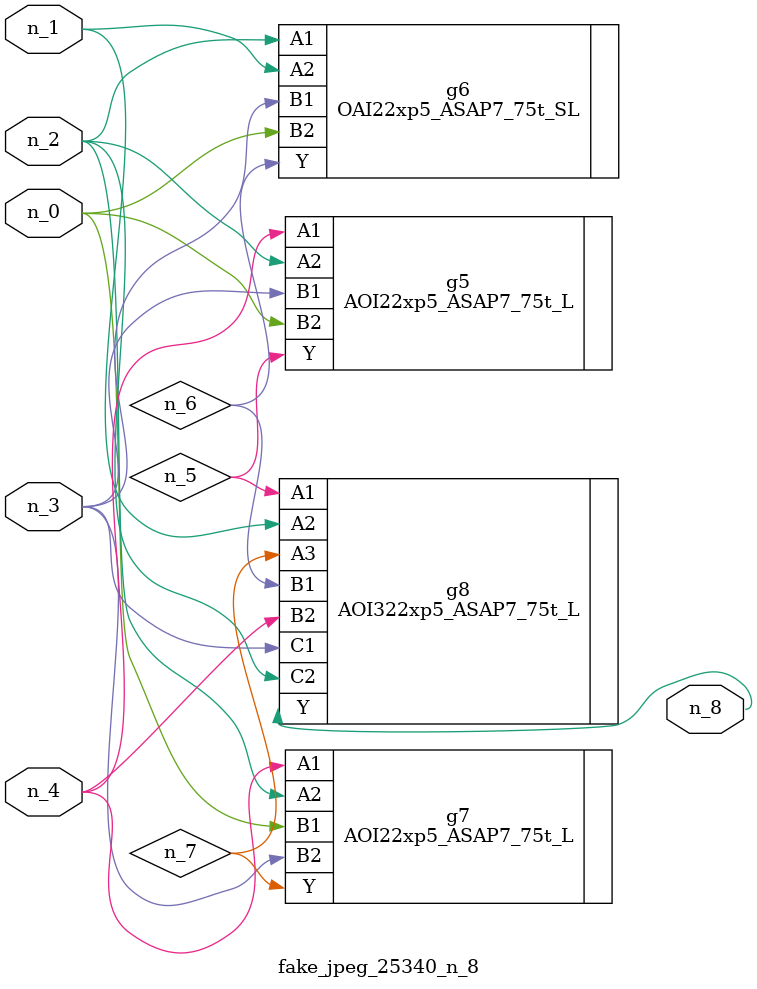
<source format=v>
module fake_jpeg_25340_n_8 (n_3, n_2, n_1, n_0, n_4, n_8);

input n_3;
input n_2;
input n_1;
input n_0;
input n_4;

output n_8;

wire n_6;
wire n_5;
wire n_7;

AOI22xp5_ASAP7_75t_L g5 ( 
.A1(n_4),
.A2(n_2),
.B1(n_3),
.B2(n_0),
.Y(n_5)
);

OAI22xp5_ASAP7_75t_SL g6 ( 
.A1(n_2),
.A2(n_1),
.B1(n_3),
.B2(n_0),
.Y(n_6)
);

AOI22xp5_ASAP7_75t_L g7 ( 
.A1(n_4),
.A2(n_2),
.B1(n_0),
.B2(n_3),
.Y(n_7)
);

AOI322xp5_ASAP7_75t_L g8 ( 
.A1(n_5),
.A2(n_1),
.A3(n_7),
.B1(n_6),
.B2(n_4),
.C1(n_3),
.C2(n_2),
.Y(n_8)
);


endmodule
</source>
